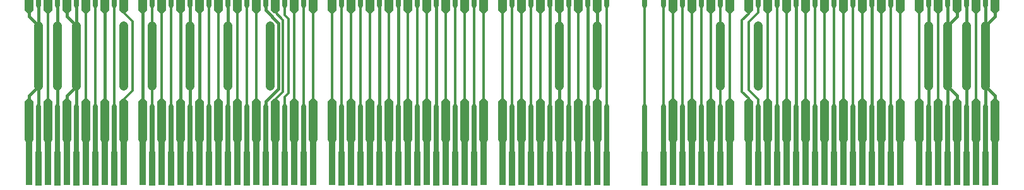
<source format=gbr>
%TF.GenerationSoftware,KiCad,Pcbnew,8.0.4*%
%TF.CreationDate,2024-08-20T01:52:53-04:00*%
%TF.ProjectId,EISA Bridge,45495341-2042-4726-9964-67652e6b6963,1*%
%TF.SameCoordinates,Original*%
%TF.FileFunction,Copper,L1,Top*%
%TF.FilePolarity,Positive*%
%FSLAX46Y46*%
G04 Gerber Fmt 4.6, Leading zero omitted, Abs format (unit mm)*
G04 Created by KiCad (PCBNEW 8.0.4) date 2024-08-20 01:52:53*
%MOMM*%
%LPD*%
G01*
G04 APERTURE LIST*
G04 Aperture macros list*
%AMFreePoly0*
4,1,26,0.155291,0.585932,0.300000,0.525992,0.424264,0.430641,0.519615,0.306377,0.579555,0.161668,0.600000,0.006377,0.600000,-4.793623,0.579555,-4.948914,0.519615,-5.093623,0.424264,-5.217887,0.400000,-5.236506,0.400000,-11.043623,-0.400000,-11.043623,-0.400000,-5.236506,-0.424264,-5.217887,-0.519615,-5.093623,-0.579555,-4.948914,-0.600000,-4.793623,-0.600000,0.006377,-0.579555,0.161668,
-0.519615,0.306377,-0.424264,0.430641,-0.300000,0.525992,-0.155291,0.585932,0.000000,0.606377,0.155291,0.585932,0.155291,0.585932,$1*%
%AMFreePoly1*
4,1,22,0.068685,0.292031,0.169541,0.247499,0.247499,0.169541,0.292031,0.068685,0.300000,0.000000,0.300000,-6.001279,0.323607,-6.024886,0.380423,-6.136393,0.400000,-6.260000,0.400000,-10.740000,-0.400000,-10.740000,-0.400000,-6.260000,-0.380423,-6.136393,-0.323607,-6.024886,-0.300000,-6.001279,-0.300000,0.000000,-0.292031,0.068685,-0.247499,0.169541,-0.169541,0.247499,-0.068685,0.292031,
0.000000,0.300000,0.068685,0.292031,0.068685,0.292031,$1*%
G04 Aperture macros list end*
%TA.AperFunction,SMDPad,CuDef*%
%ADD10FreePoly0,0.000000*%
%TD*%
%TA.AperFunction,SMDPad,CuDef*%
%ADD11FreePoly1,0.000000*%
%TD*%
%TA.AperFunction,SMDPad,CuDef*%
%ADD12FreePoly0,180.000000*%
%TD*%
%TA.AperFunction,SMDPad,CuDef*%
%ADD13FreePoly1,180.000000*%
%TD*%
%TA.AperFunction,ViaPad*%
%ADD14C,1.000000*%
%TD*%
%TA.AperFunction,Conductor*%
%ADD15C,0.300000*%
%TD*%
%TA.AperFunction,Conductor*%
%ADD16C,1.200000*%
%TD*%
%TA.AperFunction,Conductor*%
%ADD17C,0.400000*%
%TD*%
G04 APERTURE END LIST*
D10*
%TO.P,CN1,B1,GND*%
%TO.N,GND*%
X88080000Y-107330000D03*
%TO.P,CN1,B2,RESET_DRV*%
%TO.N,/B2*%
X90620000Y-107330000D03*
%TO.P,CN1,B3,+5V*%
%TO.N,+5V*%
X93160000Y-107330000D03*
%TO.P,CN1,B4,IRQ_1*%
%TO.N,/B4*%
X95700000Y-107330000D03*
%TO.P,CN1,B5,-5V*%
%TO.N,-5V*%
X98240000Y-107330000D03*
%TO.P,CN1,B6,DRQ_2*%
%TO.N,/B6*%
X100780000Y-107330000D03*
%TO.P,CN1,B7,-12V*%
%TO.N,-12V*%
X103320000Y-107330000D03*
%TO.P,CN1,B8,Reserved\u002C_NC*%
%TO.N,/B8*%
X105860000Y-107330000D03*
%TO.P,CN1,B9,+12V*%
%TO.N,+12V*%
X108400000Y-107330000D03*
%TO.P,CN1,B10,GND*%
%TO.N,GND*%
X110940000Y-107330000D03*
%TO.P,CN1,B11,~{MEMW}*%
%TO.N,/B11*%
X113480000Y-107330000D03*
%TO.P,CN1,B12,~{MEMR}*%
%TO.N,/B12*%
X116020000Y-107330000D03*
%TO.P,CN1,B13,~{IOW}*%
%TO.N,/B13*%
X118560000Y-107330000D03*
%TO.P,CN1,B14,~{IOR}*%
%TO.N,/B14*%
X121100000Y-107330000D03*
%TO.P,CN1,B15,DACK_3*%
%TO.N,/B15*%
X123640000Y-107330000D03*
%TO.P,CN1,B16,DRQ_3*%
%TO.N,/B16*%
X126180000Y-107330000D03*
%TO.P,CN1,B17,DACK_1*%
%TO.N,/B17*%
X128720000Y-107330000D03*
%TO.P,CN1,B18,DRQ_1*%
%TO.N,/B18*%
X131260000Y-107330000D03*
%TO.P,CN1,B19,DACK_0*%
%TO.N,/B19*%
X133800000Y-107330000D03*
%TO.P,CN1,B20,CLK*%
%TO.N,/B20*%
X136340000Y-107330000D03*
%TO.P,CN1,B21,IRQ_7*%
%TO.N,/B21*%
X138880000Y-107330000D03*
%TO.P,CN1,B22,IRQ_6*%
%TO.N,/B22*%
X141420000Y-107330000D03*
%TO.P,CN1,B23,IRQ_5*%
%TO.N,/B23*%
X143960000Y-107330000D03*
%TO.P,CN1,B24,IRQ_4*%
%TO.N,/B24*%
X146500000Y-107330000D03*
%TO.P,CN1,B25,IRQ_3*%
%TO.N,/B25*%
X149040000Y-107330000D03*
%TO.P,CN1,B26,DACK_2*%
%TO.N,/B26*%
X151580000Y-107330000D03*
%TO.P,CN1,B27,T/C*%
%TO.N,/B27*%
X154120000Y-107330000D03*
%TO.P,CN1,B28,ALE*%
%TO.N,/B28*%
X156660000Y-107330000D03*
%TO.P,CN1,B29,+5V*%
%TO.N,+5V*%
X159200000Y-107330000D03*
%TO.P,CN1,B30,OSC*%
%TO.N,/B30*%
X161740000Y-107330000D03*
%TO.P,CN1,B31,GND*%
%TO.N,GND*%
X164280000Y-107330000D03*
%TO.P,CN1,D1,~{MEM_CS}*%
%TO.N,/D1*%
X174440000Y-107330000D03*
%TO.P,CN1,D2,~{I/O_CS}*%
%TO.N,/D2*%
X176980000Y-107330000D03*
%TO.P,CN1,D3,IRQ_10*%
%TO.N,/D3*%
X179520000Y-107330000D03*
%TO.P,CN1,D4,IRQ_11*%
%TO.N,/D4*%
X182060000Y-107330000D03*
%TO.P,CN1,D5,IRQ_12*%
%TO.N,/D5*%
X184600000Y-107330000D03*
%TO.P,CN1,D6,IRQ_13*%
%TO.N,/D6*%
X187140000Y-107330000D03*
%TO.P,CN1,D7,IRQ_14*%
%TO.N,/D7*%
X189680000Y-107330000D03*
%TO.P,CN1,D8,DACK_0*%
%TO.N,/D8*%
X192220000Y-107330000D03*
%TO.P,CN1,D9,DRQ_0*%
%TO.N,/D9*%
X194760000Y-107330000D03*
%TO.P,CN1,D10,DACK_5*%
%TO.N,/D10*%
X197300000Y-107330000D03*
%TO.P,CN1,D11,DRQ5*%
%TO.N,/D11*%
X199840000Y-107330000D03*
%TO.P,CN1,D12,DACK_6*%
%TO.N,/D12*%
X202380000Y-107330000D03*
%TO.P,CN1,D13,DRQ_6*%
%TO.N,/D13*%
X204920000Y-107330000D03*
%TO.P,CN1,D14,DACK_7*%
%TO.N,/D14*%
X207460000Y-107330000D03*
%TO.P,CN1,D15,DRQ_7*%
%TO.N,/D15*%
X210000000Y-107330000D03*
%TO.P,CN1,D16,+5V*%
%TO.N,+5V*%
X212540000Y-107330000D03*
%TO.P,CN1,D17,MASTER*%
%TO.N,/D17*%
X215080000Y-107330000D03*
%TO.P,CN1,D18,GND*%
%TO.N,GND*%
X217620000Y-107330000D03*
D11*
%TO.P,CN1,F1,GND*%
X89360000Y-107630000D03*
%TO.P,CN1,F2,+5V*%
%TO.N,+5V Alt*%
X91900000Y-107630000D03*
%TO.P,CN1,F3,+5V*%
%TO.N,+5V*%
X94440000Y-107630000D03*
%TO.P,CN1,F4,X\u002C_NC*%
%TO.N,/F4*%
X96980000Y-107630000D03*
%TO.P,CN1,F5,X\u002C_NC*%
%TO.N,/F5*%
X99520000Y-107630000D03*
%TO.P,CN1,F7,X\u002C_NC*%
%TO.N,/F7*%
X104600000Y-107630000D03*
%TO.P,CN1,F8,X\u002C_NC*%
%TO.N,/F8*%
X107140000Y-107630000D03*
%TO.P,CN1,F9,+12V*%
%TO.N,+12V*%
X109680000Y-107630000D03*
%TO.P,CN1,F10,M-IO*%
%TO.N,/F10*%
X112220000Y-107630000D03*
%TO.P,CN1,F11,LOCK*%
%TO.N,GND*%
X114760000Y-107630000D03*
%TO.P,CN1,F12,Reserved*%
%TO.N,/F12*%
X117300000Y-107630000D03*
%TO.P,CN1,F13,GND*%
%TO.N,GND*%
X119840000Y-107630000D03*
%TO.P,CN1,F14,Reserved*%
%TO.N,/F14*%
X122380000Y-107630000D03*
%TO.P,CN1,F15,BE_3*%
%TO.N,/F15*%
X124920000Y-107630000D03*
%TO.P,CN1,F17,BE_2*%
%TO.N,/F17*%
X130000000Y-107630000D03*
%TO.P,CN1,F18,BE_0*%
%TO.N,/F18*%
X132540000Y-107630000D03*
%TO.P,CN1,F19,GND*%
%TO.N,GND*%
X135080000Y-107630000D03*
%TO.P,CN1,F20,+5V*%
%TO.N,+5V*%
X137620000Y-107630000D03*
%TO.P,CN1,F21,LA_29*%
%TO.N,/F21*%
X140160000Y-107630000D03*
%TO.P,CN1,F22,GND*%
%TO.N,GND*%
X142700000Y-107630000D03*
%TO.P,CN1,F23,LA_26*%
%TO.N,/F23*%
X145240000Y-107630000D03*
%TO.P,CN1,F24,LA_24*%
%TO.N,/F24*%
X147780000Y-107630000D03*
%TO.P,CN1,F26,LA_16*%
%TO.N,/F26*%
X152860000Y-107630000D03*
%TO.P,CN1,F27,LA_14*%
%TO.N,/F27*%
X155400000Y-107630000D03*
%TO.P,CN1,F28,+5V*%
%TO.N,+5V*%
X157940000Y-107630000D03*
%TO.P,CN1,F29,+5V*%
X160480000Y-107630000D03*
%TO.P,CN1,F30,GND*%
%TO.N,GND*%
X163020000Y-107630000D03*
%TO.P,CN1,F31,LA_10*%
%TO.N,/F31*%
X165560000Y-107630000D03*
%TO.P,CN1,H1,LA_8*%
%TO.N,/H1*%
X170640000Y-107630000D03*
%TO.P,CN1,H2,LA_6*%
%TO.N,/H2*%
X173180000Y-107630000D03*
%TO.P,CN1,H3,LA_5*%
%TO.N,/H3*%
X175720000Y-107630000D03*
%TO.P,CN1,H4,+5V*%
%TO.N,/H4*%
X178260000Y-107630000D03*
%TO.P,CN1,H5,LA_2*%
%TO.N,GND*%
X180800000Y-107630000D03*
%TO.P,CN1,H7,DATA_16*%
%TO.N,/H7*%
X185880000Y-107630000D03*
%TO.P,CN1,H8,DATA_18*%
%TO.N,/H8*%
X188420000Y-107630000D03*
%TO.P,CN1,H9,GND*%
%TO.N,GND*%
X190960000Y-107630000D03*
%TO.P,CN1,H10,DATA_21*%
%TO.N,/H10*%
X193500000Y-107630000D03*
%TO.P,CN1,H11,DATA_23*%
%TO.N,/H11*%
X196040000Y-107630000D03*
%TO.P,CN1,H12,DATA_24*%
%TO.N,/H12*%
X198580000Y-107630000D03*
%TO.P,CN1,H13,GND*%
%TO.N,GND*%
X201120000Y-107630000D03*
%TO.P,CN1,H14,DATA_27*%
%TO.N,/H14*%
X203660000Y-107630000D03*
%TO.P,CN1,H16,DATA_29*%
%TO.N,GND*%
X208740000Y-107630000D03*
%TO.P,CN1,H17,+5V*%
%TO.N,+5V*%
X211280000Y-107630000D03*
%TO.P,CN1,H18,+5V*%
%TO.N,+5V Alt*%
X213820000Y-107630000D03*
%TO.P,CN1,H19,MAC_KN*%
%TO.N,GND*%
X216360000Y-107630000D03*
%TD*%
D12*
%TO.P,CN2,B1,GND*%
%TO.N,GND*%
X88110000Y-94580000D03*
%TO.P,CN2,B2,RESET_DRV*%
%TO.N,/B2*%
X90650000Y-94580000D03*
%TO.P,CN2,B3,+5V*%
%TO.N,+5V*%
X93190000Y-94580000D03*
%TO.P,CN2,B4,IRQ_1*%
%TO.N,/B4*%
X95730000Y-94580000D03*
%TO.P,CN2,B5,-5V*%
%TO.N,-5V*%
X98270000Y-94580000D03*
%TO.P,CN2,B6,DRQ_2*%
%TO.N,/B6*%
X100810000Y-94580000D03*
%TO.P,CN2,B7,-12V*%
%TO.N,-12V*%
X103350000Y-94580000D03*
%TO.P,CN2,B8,Reserved\u002C_NC*%
%TO.N,/B8*%
X105890000Y-94580000D03*
%TO.P,CN2,B9,+12V*%
%TO.N,+12V*%
X108430000Y-94580000D03*
%TO.P,CN2,B10,GND*%
%TO.N,GND*%
X110970000Y-94580000D03*
%TO.P,CN2,B11,~{MEMW}*%
%TO.N,/B11*%
X113510000Y-94580000D03*
%TO.P,CN2,B12,~{MEMR}*%
%TO.N,/B12*%
X116050000Y-94580000D03*
%TO.P,CN2,B13,~{IOW}*%
%TO.N,/B13*%
X118590000Y-94580000D03*
%TO.P,CN2,B14,~{IOR}*%
%TO.N,/B14*%
X121130000Y-94580000D03*
%TO.P,CN2,B15,DACK_3*%
%TO.N,/B15*%
X123670000Y-94580000D03*
%TO.P,CN2,B16,DRQ_3*%
%TO.N,/B16*%
X126210000Y-94580000D03*
%TO.P,CN2,B17,DACK_1*%
%TO.N,/B17*%
X128750000Y-94580000D03*
%TO.P,CN2,B18,DRQ_1*%
%TO.N,/B18*%
X131290000Y-94580000D03*
%TO.P,CN2,B19,DACK_0*%
%TO.N,/B19*%
X133830000Y-94580000D03*
%TO.P,CN2,B20,CLK*%
%TO.N,/B20*%
X136370000Y-94580000D03*
%TO.P,CN2,B21,IRQ_7*%
%TO.N,/B21*%
X138910000Y-94580000D03*
%TO.P,CN2,B22,IRQ_6*%
%TO.N,/B22*%
X141450000Y-94580000D03*
%TO.P,CN2,B23,IRQ_5*%
%TO.N,/B23*%
X143990000Y-94580000D03*
%TO.P,CN2,B24,IRQ_4*%
%TO.N,/B24*%
X146530000Y-94580000D03*
%TO.P,CN2,B25,IRQ_3*%
%TO.N,/B25*%
X149070000Y-94580000D03*
%TO.P,CN2,B26,DACK_2*%
%TO.N,/B26*%
X151610000Y-94580000D03*
%TO.P,CN2,B27,T/C*%
%TO.N,/B27*%
X154150000Y-94580000D03*
%TO.P,CN2,B28,ALE*%
%TO.N,/B28*%
X156690000Y-94580000D03*
%TO.P,CN2,B29,+5V*%
%TO.N,+5V*%
X159230000Y-94580000D03*
%TO.P,CN2,B30,OSC*%
%TO.N,/B30*%
X161770000Y-94580000D03*
%TO.P,CN2,B31,GND*%
%TO.N,GND*%
X164310000Y-94580000D03*
%TO.P,CN2,D1,~{MEM_CS}*%
%TO.N,/D1*%
X174470000Y-94580000D03*
%TO.P,CN2,D2,~{I/O_CS}*%
%TO.N,/D2*%
X177010000Y-94580000D03*
%TO.P,CN2,D3,IRQ_10*%
%TO.N,/D3*%
X179550000Y-94580000D03*
%TO.P,CN2,D4,IRQ_11*%
%TO.N,/D4*%
X182090000Y-94580000D03*
%TO.P,CN2,D5,IRQ_12*%
%TO.N,/D5*%
X184630000Y-94580000D03*
%TO.P,CN2,D6,IRQ_13*%
%TO.N,/D6*%
X187170000Y-94580000D03*
%TO.P,CN2,D7,IRQ_14*%
%TO.N,/D7*%
X189710000Y-94580000D03*
%TO.P,CN2,D8,DACK_0*%
%TO.N,/D8*%
X192250000Y-94580000D03*
%TO.P,CN2,D9,DRQ_0*%
%TO.N,/D9*%
X194790000Y-94580000D03*
%TO.P,CN2,D10,DACK_5*%
%TO.N,/D10*%
X197330000Y-94580000D03*
%TO.P,CN2,D11,DRQ5*%
%TO.N,/D11*%
X199870000Y-94580000D03*
%TO.P,CN2,D12,DACK_6*%
%TO.N,/D12*%
X202410000Y-94580000D03*
%TO.P,CN2,D13,DRQ_6*%
%TO.N,/D13*%
X204950000Y-94580000D03*
%TO.P,CN2,D14,DACK_7*%
%TO.N,/D14*%
X207490000Y-94580000D03*
%TO.P,CN2,D15,DRQ_7*%
%TO.N,/D15*%
X210030000Y-94580000D03*
%TO.P,CN2,D16,+5V*%
%TO.N,+5V*%
X212570000Y-94580000D03*
%TO.P,CN2,D17,MASTER*%
%TO.N,/D17*%
X215110000Y-94580000D03*
%TO.P,CN2,D18,GND*%
%TO.N,GND*%
X217650000Y-94580000D03*
D13*
%TO.P,CN2,F1,GND*%
X89390000Y-94280000D03*
%TO.P,CN2,F2,+5V*%
%TO.N,+5V Alt*%
X91930000Y-94280000D03*
%TO.P,CN2,F3,+5V*%
%TO.N,+5V*%
X94470000Y-94280000D03*
%TO.P,CN2,F4,X\u002C_NC*%
%TO.N,/F4*%
X97010000Y-94280000D03*
%TO.P,CN2,F5*%
%TO.N,N/C*%
X99550000Y-94280000D03*
%TO.P,CN2,F7,X\u002C_NC*%
%TO.N,/F7*%
X104630000Y-94280000D03*
%TO.P,CN2,F8,X\u002C_NC*%
%TO.N,/F8*%
X107170000Y-94280000D03*
%TO.P,CN2,F9,+12V*%
%TO.N,+12V*%
X109710000Y-94280000D03*
%TO.P,CN2,F10,M-IO*%
%TO.N,/F10*%
X112250000Y-94280000D03*
%TO.P,CN2,F11,LOCK*%
%TO.N,GND*%
X114790000Y-94280000D03*
%TO.P,CN2,F12,Reserved*%
%TO.N,/F12*%
X117330000Y-94280000D03*
%TO.P,CN2,F13,GND*%
%TO.N,GND*%
X119870000Y-94280000D03*
%TO.P,CN2,F14*%
%TO.N,N/C*%
X122410000Y-94280000D03*
%TO.P,CN2,F15,BE_3*%
%TO.N,/F15*%
X124950000Y-94280000D03*
%TO.P,CN2,F17,BE_2*%
%TO.N,/F17*%
X130030000Y-94280000D03*
%TO.P,CN2,F18,BE_0*%
%TO.N,/F18*%
X132570000Y-94280000D03*
%TO.P,CN2,F19,GND*%
%TO.N,GND*%
X135110000Y-94280000D03*
%TO.P,CN2,F20,+5V*%
%TO.N,+5V*%
X137650000Y-94280000D03*
%TO.P,CN2,F21,LA_29*%
%TO.N,/F21*%
X140190000Y-94280000D03*
%TO.P,CN2,F22,GND*%
%TO.N,GND*%
X142730000Y-94280000D03*
%TO.P,CN2,F23,LA_26*%
%TO.N,/F23*%
X145270000Y-94280000D03*
%TO.P,CN2,F24,LA_24*%
%TO.N,/F24*%
X147810000Y-94280000D03*
%TO.P,CN2,F26,LA_16*%
%TO.N,/F26*%
X152890000Y-94280000D03*
%TO.P,CN2,F27*%
%TO.N,N/C*%
X155430000Y-94280000D03*
%TO.P,CN2,F28,+5V*%
%TO.N,+5V*%
X157970000Y-94280000D03*
%TO.P,CN2,F29,+5V*%
X160510000Y-94280000D03*
%TO.P,CN2,F30,GND*%
%TO.N,GND*%
X163050000Y-94280000D03*
%TO.P,CN2,F31,LA_10*%
%TO.N,/F31*%
X165590000Y-94280000D03*
%TO.P,CN2,H1,LA_8*%
%TO.N,/H1*%
X170670000Y-94280000D03*
%TO.P,CN2,H2,LA_6*%
%TO.N,/H2*%
X173210000Y-94280000D03*
%TO.P,CN2,H3,LA_5*%
%TO.N,/H3*%
X175750000Y-94280000D03*
%TO.P,CN2,H4*%
%TO.N,N/C*%
X178290000Y-94280000D03*
%TO.P,CN2,H5,LA_2*%
%TO.N,GND*%
X180830000Y-94280000D03*
%TO.P,CN2,H7,DATA_16*%
%TO.N,/H7*%
X185910000Y-94280000D03*
%TO.P,CN2,H8,DATA_18*%
%TO.N,/H8*%
X188450000Y-94280000D03*
%TO.P,CN2,H9,GND*%
%TO.N,GND*%
X190990000Y-94280000D03*
%TO.P,CN2,H10,DATA_21*%
%TO.N,/H10*%
X193530000Y-94280000D03*
%TO.P,CN2,H11,DATA_23*%
%TO.N,/H11*%
X196070000Y-94280000D03*
%TO.P,CN2,H12,DATA_24*%
%TO.N,/H12*%
X198610000Y-94280000D03*
%TO.P,CN2,H13,GND*%
%TO.N,GND*%
X201150000Y-94280000D03*
%TO.P,CN2,H14*%
%TO.N,N/C*%
X203690000Y-94280000D03*
%TO.P,CN2,H16,DATA_29*%
%TO.N,GND*%
X208770000Y-94280000D03*
%TO.P,CN2,H17,+5V*%
%TO.N,+5V*%
X211310000Y-94280000D03*
%TO.P,CN2,H18,+5V*%
%TO.N,+5V Alt*%
X213850000Y-94280000D03*
%TO.P,CN2,H19,MAC_KN*%
%TO.N,GND*%
X216390000Y-94280000D03*
%TD*%
D14*
%TO.N,/E13*%
X120380000Y-96880000D03*
X120380000Y-105010000D03*
%TO.N,/F7*%
X104570000Y-105010000D03*
X104570000Y-96880000D03*
%TO.N,GND*%
X208720000Y-105010000D03*
X100750000Y-105010000D03*
X208710000Y-96880000D03*
X114730000Y-96880000D03*
X216330000Y-105040000D03*
X164250000Y-96880000D03*
X89330000Y-96890000D03*
X180770000Y-96880000D03*
X216330000Y-96890000D03*
X100750000Y-96880000D03*
X180770000Y-105010000D03*
X164250000Y-105010000D03*
X114730000Y-105010000D03*
X89330000Y-105020000D03*
%TO.N,/G7*%
X185850000Y-96880000D03*
X185850000Y-105010000D03*
%TO.N,+12V*%
X109660000Y-105010000D03*
X109660000Y-96880000D03*
%TO.N,+5V*%
X94410000Y-105010000D03*
X159180000Y-96880000D03*
X211250000Y-96880000D03*
X94410000Y-96880000D03*
X211250000Y-105010000D03*
X159180000Y-105010000D03*
%TO.N,+5V Alt*%
X213790000Y-96880000D03*
X213790000Y-105010000D03*
X91870000Y-105010000D03*
X91870000Y-96880000D03*
%TD*%
D15*
%TO.N,/F15*%
X124920000Y-94300000D02*
X124920000Y-107620000D01*
%TO.N,/B15*%
X123640000Y-94600000D02*
X123640000Y-107320000D01*
%TO.N,/B28*%
X156660000Y-94600000D02*
X156660000Y-107320000D01*
%TO.N,/F24*%
X147780000Y-94300000D02*
X147780000Y-107620000D01*
%TO.N,/B14*%
X122160000Y-96120000D02*
X122160000Y-105740000D01*
X122160000Y-105740000D02*
X121100000Y-106800000D01*
X121100000Y-106800000D02*
X121100000Y-107320000D01*
X121100000Y-94600000D02*
X121100000Y-95060000D01*
X121100000Y-95060000D02*
X122160000Y-96120000D01*
%TO.N,/B2*%
X90620000Y-94600000D02*
X90620000Y-107320000D01*
%TO.N,/B24*%
X146500000Y-94600000D02*
X146500000Y-107320000D01*
%TO.N,/B16*%
X126180000Y-94600000D02*
X126180000Y-107320000D01*
%TO.N,/F31*%
X165560000Y-107620000D02*
X165560000Y-94300000D01*
%TO.N,/B25*%
X149040000Y-94600000D02*
X149040000Y-107320000D01*
%TO.N,/B11*%
X113480000Y-107320000D02*
X113480000Y-94600000D01*
D16*
%TO.N,/E13*%
X120410000Y-96880000D02*
X120410000Y-105010000D01*
D15*
%TO.N,/B30*%
X161740000Y-94600000D02*
X161740000Y-107320000D01*
%TO.N,/F14*%
X122380000Y-94300000D02*
X122380000Y-95410000D01*
X122920000Y-105930000D02*
X122380000Y-106470000D01*
X122920000Y-95950000D02*
X122920000Y-105930000D01*
X122380000Y-95410000D02*
X122920000Y-95950000D01*
X122380000Y-106470000D02*
X122380000Y-107620000D01*
%TO.N,/F23*%
X145240000Y-94300000D02*
X145240000Y-107620000D01*
%TO.N,/F12*%
X117300000Y-107620000D02*
X117300000Y-94300000D01*
%TO.N,/F8*%
X107140000Y-94300000D02*
X107140000Y-107620000D01*
%TO.N,/B8*%
X105860000Y-94600000D02*
X105860000Y-107320000D01*
%TO.N,/B19*%
X133800000Y-94600000D02*
X133800000Y-107320000D01*
%TO.N,/F17*%
X130000000Y-94300000D02*
X130000000Y-107620000D01*
%TO.N,/F27*%
X155400000Y-94300000D02*
X155400000Y-107620000D01*
%TO.N,/B22*%
X141420000Y-94600000D02*
X141420000Y-107320000D01*
%TO.N,/F18*%
X132540000Y-94300000D02*
X132540000Y-107620000D01*
%TO.N,/F10*%
X112220000Y-94300000D02*
X112220000Y-107620000D01*
%TO.N,/F5*%
X99520000Y-94300000D02*
X99520000Y-107620000D01*
%TO.N,/B12*%
X116020000Y-94600000D02*
X116020000Y-107320000D01*
%TO.N,/B23*%
X143960000Y-94600000D02*
X143960000Y-107320000D01*
%TO.N,/B13*%
X118560000Y-94600000D02*
X118560000Y-107320000D01*
%TO.N,/B6*%
X100780000Y-95090000D02*
X102000000Y-96310000D01*
X100780000Y-94600000D02*
X100780000Y-95090000D01*
X100780000Y-106820000D02*
X100780000Y-107320000D01*
X102000000Y-105600000D02*
X100780000Y-106820000D01*
X102000000Y-96310000D02*
X102000000Y-105600000D01*
%TO.N,/B20*%
X136340000Y-94600000D02*
X136340000Y-107320000D01*
%TO.N,/B18*%
X131260000Y-94600000D02*
X131260000Y-107320000D01*
%TO.N,/B27*%
X154120000Y-94600000D02*
X154120000Y-107320000D01*
%TO.N,/F7*%
X104600000Y-107620000D02*
X104600000Y-105010000D01*
X104600000Y-94300000D02*
X104600000Y-96880000D01*
D16*
X104600000Y-96880000D02*
X104600000Y-105010000D01*
D15*
%TO.N,/B4*%
X95700000Y-107320000D02*
X95700000Y-94600000D01*
%TO.N,/F21*%
X140160000Y-94300000D02*
X140160000Y-107620000D01*
%TO.N,/B26*%
X151580000Y-94600000D02*
X151580000Y-107320000D01*
%TO.N,/B17*%
X128720000Y-94600000D02*
X128720000Y-107320000D01*
%TO.N,/F26*%
X152860000Y-94300000D02*
X152860000Y-107620000D01*
%TO.N,/F4*%
X96980000Y-94300000D02*
X96980000Y-107620000D01*
%TO.N,/B21*%
X138880000Y-94600000D02*
X138880000Y-107320000D01*
D17*
%TO.N,GND*%
X163020000Y-94300000D02*
X163020000Y-107620000D01*
X190960000Y-94300000D02*
X190960000Y-107610000D01*
D16*
X164280000Y-96880000D02*
X164280000Y-105010000D01*
D17*
X216360000Y-107610000D02*
X216370000Y-107620000D01*
X208740000Y-94300000D02*
X208740000Y-96880000D01*
X135080000Y-94300000D02*
X135080000Y-107620000D01*
X88080000Y-106300000D02*
X89360000Y-105020000D01*
X121560000Y-96530000D02*
X121560000Y-105340000D01*
D16*
X89360000Y-96890000D02*
X89360000Y-105020000D01*
X100780000Y-105010000D02*
X100780000Y-96880000D01*
D15*
X180800000Y-94300000D02*
X180800000Y-96880000D01*
D17*
X88080000Y-94600000D02*
X88080000Y-95610000D01*
X208750000Y-105010000D02*
X208750000Y-107620000D01*
D16*
X216360000Y-105040000D02*
X216360000Y-96890000D01*
D17*
X216360000Y-105040000D02*
X216360000Y-107610000D01*
D15*
X208750000Y-105010000D02*
X208740000Y-105020000D01*
D17*
X164280000Y-105010000D02*
X164280000Y-107320000D01*
X119840000Y-94300000D02*
X119840000Y-94810000D01*
D16*
X208740000Y-105010000D02*
X208740000Y-96860000D01*
D17*
X216360000Y-96890000D02*
X216360000Y-94300000D01*
X164280000Y-94600000D02*
X164280000Y-96880000D01*
X88080000Y-107320000D02*
X88080000Y-106300000D01*
D15*
X180800000Y-105010000D02*
X180800000Y-107620000D01*
D17*
X110940000Y-94600000D02*
X110940000Y-107320000D01*
X216360000Y-105040000D02*
X217630000Y-106310000D01*
X216360000Y-96890000D02*
X217620000Y-95630000D01*
X190960000Y-107610000D02*
X190970000Y-107620000D01*
D16*
X180800000Y-96880000D02*
X180800000Y-105010000D01*
D17*
X201120000Y-94300000D02*
X201120000Y-107610000D01*
D16*
X114760000Y-96880000D02*
X114760000Y-105010000D01*
D17*
X88080000Y-95610000D02*
X89360000Y-96890000D01*
D15*
X208740000Y-96880000D02*
X208740000Y-105000000D01*
D17*
X114760000Y-94300000D02*
X114760000Y-96880000D01*
X217620000Y-95630000D02*
X217620000Y-94600000D01*
X89360000Y-94300000D02*
X89360000Y-107620000D01*
X142700000Y-94300000D02*
X142700000Y-107620000D01*
X119840000Y-94810000D02*
X121560000Y-96530000D01*
X119840000Y-107060000D02*
X119840000Y-107620000D01*
X121560000Y-105340000D02*
X119840000Y-107060000D01*
X201120000Y-107610000D02*
X201130000Y-107620000D01*
X114760000Y-107620000D02*
X114760000Y-105010000D01*
X217630000Y-106310000D02*
X217630000Y-107320000D01*
D15*
X208740000Y-105000000D02*
X208750000Y-105010000D01*
D16*
%TO.N,/G7*%
X185880000Y-96880000D02*
X185880000Y-105010000D01*
D15*
%TO.N,/H1*%
X170640000Y-94300000D02*
X170640000Y-107620000D01*
%TO.N,/H4*%
X178260000Y-94300000D02*
X178260000Y-107620000D01*
%TO.N,/H8*%
X188420000Y-107610000D02*
X188430000Y-107620000D01*
X188420000Y-94300000D02*
X188420000Y-107610000D01*
%TO.N,/H11*%
X196040000Y-94300000D02*
X196040000Y-107610000D01*
X196040000Y-107610000D02*
X196050000Y-107620000D01*
%TO.N,/H7*%
X184600000Y-105490000D02*
X184600000Y-96380000D01*
X184600000Y-96380000D02*
X185880000Y-95100000D01*
X185880000Y-107620000D02*
X185880000Y-106770000D01*
X185880000Y-106770000D02*
X184600000Y-105490000D01*
X185880000Y-95100000D02*
X185880000Y-94300000D01*
%TO.N,/H14*%
X203660000Y-107610000D02*
X203670000Y-107620000D01*
X203660000Y-94300000D02*
X203660000Y-107610000D01*
%TO.N,/H3*%
X175720000Y-94300000D02*
X175720000Y-107620000D01*
%TO.N,/H2*%
X173180000Y-94300000D02*
X173180000Y-107620000D01*
%TO.N,/H10*%
X193500000Y-107610000D02*
X193510000Y-107620000D01*
X193500000Y-94300000D02*
X193500000Y-107610000D01*
%TO.N,/H12*%
X198590000Y-107620000D02*
X198590000Y-94310000D01*
X198590000Y-94310000D02*
X198580000Y-94300000D01*
D17*
%TO.N,+12V*%
X109680000Y-105000000D02*
X109690000Y-105010000D01*
X108400000Y-94600000D02*
X108400000Y-107320000D01*
X109680000Y-105020000D02*
X109680000Y-107620000D01*
X109690000Y-105010000D02*
X109680000Y-105020000D01*
X109680000Y-94300000D02*
X109680000Y-96870000D01*
X109680000Y-96870000D02*
X109690000Y-96880000D01*
X109690000Y-96880000D02*
X109680000Y-96890000D01*
D16*
X109680000Y-96890000D02*
X109680000Y-105000000D01*
D17*
%TO.N,+5V*%
X137620000Y-94300000D02*
X137620000Y-107620000D01*
X211280000Y-107610000D02*
X211290000Y-107620000D01*
X212550000Y-107320000D02*
X212550000Y-106280000D01*
D16*
X211280000Y-96880000D02*
X211280000Y-105010000D01*
D17*
X212540000Y-95620000D02*
X211280000Y-96880000D01*
X93160000Y-107320000D02*
X93160000Y-106290000D01*
X93160000Y-94600000D02*
X93160000Y-95600000D01*
X157940000Y-94300000D02*
X157940000Y-107620000D01*
X160480000Y-94300000D02*
X160480000Y-107620000D01*
X211280000Y-105010000D02*
X211280000Y-107610000D01*
X211280000Y-94300000D02*
X211280000Y-96880000D01*
D16*
X159210000Y-96880000D02*
X159210000Y-105010000D01*
D17*
X93160000Y-106290000D02*
X94440000Y-105010000D01*
X93160000Y-95600000D02*
X94440000Y-96880000D01*
X94440000Y-94300000D02*
X94440000Y-107620000D01*
D16*
X94440000Y-96890000D02*
X94440000Y-105010000D01*
D17*
X212540000Y-94600000D02*
X212540000Y-95620000D01*
X212550000Y-106280000D02*
X211280000Y-105010000D01*
X159200000Y-94600000D02*
X159200000Y-107320000D01*
%TO.N,-5V*%
X98240000Y-107320000D02*
X98240000Y-94600000D01*
%TO.N,-12V*%
X103320000Y-94600000D02*
X103320000Y-107320000D01*
D15*
%TO.N,/D17*%
X215080000Y-107310000D02*
X215090000Y-107320000D01*
X215080000Y-94600000D02*
X215080000Y-107320000D01*
%TO.N,/D12*%
X202380000Y-107310000D02*
X202390000Y-107320000D01*
X202380000Y-94600000D02*
X202380000Y-107310000D01*
%TO.N,/D10*%
X197300000Y-107310000D02*
X197310000Y-107320000D01*
X197300000Y-94600000D02*
X197300000Y-107310000D01*
%TO.N,/D13*%
X204920000Y-94600000D02*
X204920000Y-107310000D01*
X204920000Y-107310000D02*
X204930000Y-107320000D01*
%TO.N,/D1*%
X174440000Y-107320000D02*
X174440000Y-94600000D01*
%TO.N,/D9*%
X194760000Y-107310000D02*
X194770000Y-107320000D01*
X194760000Y-94600000D02*
X194760000Y-107310000D01*
%TO.N,/D15*%
X210000000Y-107310000D02*
X210010000Y-107320000D01*
X210000000Y-94600000D02*
X210000000Y-107310000D01*
%TO.N,/D14*%
X207460000Y-94600000D02*
X207460000Y-107310000D01*
X207460000Y-107310000D02*
X207470000Y-107320000D01*
X207460000Y-107320000D02*
X207470000Y-107320000D01*
%TO.N,/D5*%
X184600000Y-95270000D02*
X183710000Y-96160000D01*
X184600000Y-94600000D02*
X184600000Y-95270000D01*
X184600000Y-106650000D02*
X184600000Y-107320000D01*
X183710000Y-105760000D02*
X184600000Y-106650000D01*
X183710000Y-96160000D02*
X183710000Y-105760000D01*
%TO.N,/D2*%
X176980000Y-107320000D02*
X176980000Y-94600000D01*
%TO.N,/D11*%
X199840000Y-107310000D02*
X199850000Y-107320000D01*
X199840000Y-94600000D02*
X199840000Y-107310000D01*
%TO.N,/D8*%
X192220000Y-94600000D02*
X192220000Y-107310000D01*
X192220000Y-107310000D02*
X192230000Y-107320000D01*
%TO.N,/D6*%
X187140000Y-107310000D02*
X187150000Y-107320000D01*
X187140000Y-94600000D02*
X187140000Y-107310000D01*
%TO.N,/D7*%
X189680000Y-107310000D02*
X189690000Y-107320000D01*
X189680000Y-94600000D02*
X189680000Y-107310000D01*
%TO.N,/D4*%
X182060000Y-94600000D02*
X182060000Y-107310000D01*
X182060000Y-107310000D02*
X182070000Y-107320000D01*
%TO.N,/D3*%
X179520000Y-94600000D02*
X179520000Y-107320000D01*
D17*
%TO.N,+5V Alt*%
X91900000Y-96870000D02*
X91910000Y-96880000D01*
X91910000Y-96880000D02*
X91900000Y-96890000D01*
D16*
X213820000Y-96880000D02*
X213820000Y-105010000D01*
D17*
X213820000Y-94300000D02*
X213820000Y-96880000D01*
X91900000Y-94300000D02*
X91900000Y-96870000D01*
X213820000Y-107610000D02*
X213830000Y-107620000D01*
D16*
X91900000Y-96880000D02*
X91900000Y-105010000D01*
D17*
X91900000Y-105010000D02*
X91900000Y-107620000D01*
X213820000Y-105010000D02*
X213820000Y-107610000D01*
%TD*%
M02*

</source>
